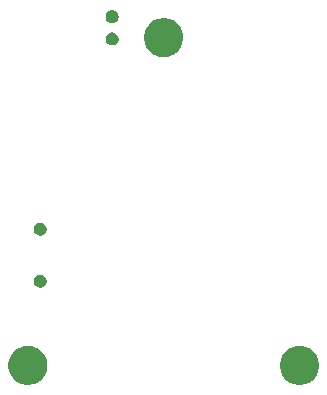
<source format=gbr>
G04 #@! TF.GenerationSoftware,KiCad,Pcbnew,5.1.2-f72e74a~84~ubuntu18.04.1*
G04 #@! TF.CreationDate,2019-05-19T10:24:28+02:00*
G04 #@! TF.ProjectId,lowpower,6c6f7770-6f77-4657-922e-6b696361645f,rev?*
G04 #@! TF.SameCoordinates,Original*
G04 #@! TF.FileFunction,Soldermask,Bot*
G04 #@! TF.FilePolarity,Negative*
%FSLAX46Y46*%
G04 Gerber Fmt 4.6, Leading zero omitted, Abs format (unit mm)*
G04 Created by KiCad (PCBNEW 5.1.2-f72e74a~84~ubuntu18.04.1) date 2019-05-19 10:24:28*
%MOMM*%
%LPD*%
G04 APERTURE LIST*
%ADD10C,0.100000*%
G04 APERTURE END LIST*
D10*
G36*
X88375256Y-88391298D02*
G01*
X88481579Y-88412447D01*
X88782042Y-88536903D01*
X89052451Y-88717585D01*
X89282415Y-88947549D01*
X89463097Y-89217958D01*
X89587553Y-89518421D01*
X89651000Y-89837391D01*
X89651000Y-90162609D01*
X89587553Y-90481579D01*
X89463097Y-90782042D01*
X89282415Y-91052451D01*
X89052451Y-91282415D01*
X88782042Y-91463097D01*
X88481579Y-91587553D01*
X88375256Y-91608702D01*
X88162611Y-91651000D01*
X87837389Y-91651000D01*
X87624744Y-91608702D01*
X87518421Y-91587553D01*
X87217958Y-91463097D01*
X86947549Y-91282415D01*
X86717585Y-91052451D01*
X86536903Y-90782042D01*
X86412447Y-90481579D01*
X86349000Y-90162609D01*
X86349000Y-89837391D01*
X86412447Y-89518421D01*
X86536903Y-89217958D01*
X86717585Y-88947549D01*
X86947549Y-88717585D01*
X87217958Y-88536903D01*
X87518421Y-88412447D01*
X87624744Y-88391298D01*
X87837389Y-88349000D01*
X88162611Y-88349000D01*
X88375256Y-88391298D01*
X88375256Y-88391298D01*
G37*
G36*
X65375256Y-88391298D02*
G01*
X65481579Y-88412447D01*
X65782042Y-88536903D01*
X66052451Y-88717585D01*
X66282415Y-88947549D01*
X66463097Y-89217958D01*
X66587553Y-89518421D01*
X66651000Y-89837391D01*
X66651000Y-90162609D01*
X66587553Y-90481579D01*
X66463097Y-90782042D01*
X66282415Y-91052451D01*
X66052451Y-91282415D01*
X65782042Y-91463097D01*
X65481579Y-91587553D01*
X65375256Y-91608702D01*
X65162611Y-91651000D01*
X64837389Y-91651000D01*
X64624744Y-91608702D01*
X64518421Y-91587553D01*
X64217958Y-91463097D01*
X63947549Y-91282415D01*
X63717585Y-91052451D01*
X63536903Y-90782042D01*
X63412447Y-90481579D01*
X63349000Y-90162609D01*
X63349000Y-89837391D01*
X63412447Y-89518421D01*
X63536903Y-89217958D01*
X63717585Y-88947549D01*
X63947549Y-88717585D01*
X64217958Y-88536903D01*
X64518421Y-88412447D01*
X64624744Y-88391298D01*
X64837389Y-88349000D01*
X65162611Y-88349000D01*
X65375256Y-88391298D01*
X65375256Y-88391298D01*
G37*
G36*
X66200721Y-82320174D02*
G01*
X66300995Y-82361709D01*
X66300996Y-82361710D01*
X66391242Y-82422010D01*
X66467990Y-82498758D01*
X66467991Y-82498760D01*
X66528291Y-82589005D01*
X66569826Y-82689279D01*
X66591000Y-82795730D01*
X66591000Y-82904270D01*
X66569826Y-83010721D01*
X66528291Y-83110995D01*
X66528290Y-83110996D01*
X66467990Y-83201242D01*
X66391242Y-83277990D01*
X66345812Y-83308345D01*
X66300995Y-83338291D01*
X66200721Y-83379826D01*
X66094270Y-83401000D01*
X65985730Y-83401000D01*
X65879279Y-83379826D01*
X65779005Y-83338291D01*
X65734188Y-83308345D01*
X65688758Y-83277990D01*
X65612010Y-83201242D01*
X65551710Y-83110996D01*
X65551709Y-83110995D01*
X65510174Y-83010721D01*
X65489000Y-82904270D01*
X65489000Y-82795730D01*
X65510174Y-82689279D01*
X65551709Y-82589005D01*
X65612009Y-82498760D01*
X65612010Y-82498758D01*
X65688758Y-82422010D01*
X65779004Y-82361710D01*
X65779005Y-82361709D01*
X65879279Y-82320174D01*
X65985730Y-82299000D01*
X66094270Y-82299000D01*
X66200721Y-82320174D01*
X66200721Y-82320174D01*
G37*
G36*
X66200721Y-77920174D02*
G01*
X66300995Y-77961709D01*
X66300996Y-77961710D01*
X66391242Y-78022010D01*
X66467990Y-78098758D01*
X66467991Y-78098760D01*
X66528291Y-78189005D01*
X66569826Y-78289279D01*
X66591000Y-78395730D01*
X66591000Y-78504270D01*
X66569826Y-78610721D01*
X66528291Y-78710995D01*
X66528290Y-78710996D01*
X66467990Y-78801242D01*
X66391242Y-78877990D01*
X66345812Y-78908345D01*
X66300995Y-78938291D01*
X66200721Y-78979826D01*
X66094270Y-79001000D01*
X65985730Y-79001000D01*
X65879279Y-78979826D01*
X65779005Y-78938291D01*
X65734188Y-78908345D01*
X65688758Y-78877990D01*
X65612010Y-78801242D01*
X65551710Y-78710996D01*
X65551709Y-78710995D01*
X65510174Y-78610721D01*
X65489000Y-78504270D01*
X65489000Y-78395730D01*
X65510174Y-78289279D01*
X65551709Y-78189005D01*
X65612009Y-78098760D01*
X65612010Y-78098758D01*
X65688758Y-78022010D01*
X65779004Y-77961710D01*
X65779005Y-77961709D01*
X65879279Y-77920174D01*
X65985730Y-77899000D01*
X66094270Y-77899000D01*
X66200721Y-77920174D01*
X66200721Y-77920174D01*
G37*
G36*
X76875256Y-60621298D02*
G01*
X76981579Y-60642447D01*
X77282042Y-60766903D01*
X77552451Y-60947585D01*
X77782415Y-61177549D01*
X77963097Y-61447958D01*
X78087553Y-61748421D01*
X78102223Y-61822174D01*
X78137747Y-62000760D01*
X78151000Y-62067391D01*
X78151000Y-62392609D01*
X78087553Y-62711579D01*
X77963097Y-63012042D01*
X77782415Y-63282451D01*
X77552451Y-63512415D01*
X77282042Y-63693097D01*
X76981579Y-63817553D01*
X76875256Y-63838702D01*
X76662611Y-63881000D01*
X76337389Y-63881000D01*
X76124744Y-63838702D01*
X76018421Y-63817553D01*
X75717958Y-63693097D01*
X75447549Y-63512415D01*
X75217585Y-63282451D01*
X75036903Y-63012042D01*
X74912447Y-62711579D01*
X74849000Y-62392609D01*
X74849000Y-62067391D01*
X74862254Y-62000760D01*
X74897777Y-61822174D01*
X74912447Y-61748421D01*
X75036903Y-61447958D01*
X75217585Y-61177549D01*
X75447549Y-60947585D01*
X75717958Y-60766903D01*
X76018421Y-60642447D01*
X76124744Y-60621298D01*
X76337389Y-60579000D01*
X76662611Y-60579000D01*
X76875256Y-60621298D01*
X76875256Y-60621298D01*
G37*
G36*
X72296721Y-61822174D02*
G01*
X72396995Y-61863709D01*
X72396996Y-61863710D01*
X72487242Y-61924010D01*
X72563990Y-62000758D01*
X72563991Y-62000760D01*
X72624291Y-62091005D01*
X72665826Y-62191279D01*
X72687000Y-62297730D01*
X72687000Y-62406270D01*
X72665826Y-62512721D01*
X72624291Y-62612995D01*
X72624290Y-62612996D01*
X72563990Y-62703242D01*
X72487242Y-62779990D01*
X72441812Y-62810345D01*
X72396995Y-62840291D01*
X72296721Y-62881826D01*
X72190270Y-62903000D01*
X72081730Y-62903000D01*
X71975279Y-62881826D01*
X71875005Y-62840291D01*
X71830188Y-62810345D01*
X71784758Y-62779990D01*
X71708010Y-62703242D01*
X71647710Y-62612996D01*
X71647709Y-62612995D01*
X71606174Y-62512721D01*
X71585000Y-62406270D01*
X71585000Y-62297730D01*
X71606174Y-62191279D01*
X71647709Y-62091005D01*
X71708009Y-62000760D01*
X71708010Y-62000758D01*
X71784758Y-61924010D01*
X71875004Y-61863710D01*
X71875005Y-61863709D01*
X71975279Y-61822174D01*
X72081730Y-61801000D01*
X72190270Y-61801000D01*
X72296721Y-61822174D01*
X72296721Y-61822174D01*
G37*
G36*
X72296721Y-59922174D02*
G01*
X72396995Y-59963709D01*
X72396996Y-59963710D01*
X72487242Y-60024010D01*
X72563990Y-60100758D01*
X72563991Y-60100760D01*
X72624291Y-60191005D01*
X72665826Y-60291279D01*
X72687000Y-60397730D01*
X72687000Y-60506270D01*
X72665826Y-60612721D01*
X72624291Y-60712995D01*
X72624290Y-60712996D01*
X72563990Y-60803242D01*
X72487242Y-60879990D01*
X72441812Y-60910345D01*
X72396995Y-60940291D01*
X72296721Y-60981826D01*
X72190270Y-61003000D01*
X72081730Y-61003000D01*
X71975279Y-60981826D01*
X71875005Y-60940291D01*
X71830188Y-60910345D01*
X71784758Y-60879990D01*
X71708010Y-60803242D01*
X71647710Y-60712996D01*
X71647709Y-60712995D01*
X71606174Y-60612721D01*
X71585000Y-60506270D01*
X71585000Y-60397730D01*
X71606174Y-60291279D01*
X71647709Y-60191005D01*
X71708009Y-60100760D01*
X71708010Y-60100758D01*
X71784758Y-60024010D01*
X71875004Y-59963710D01*
X71875005Y-59963709D01*
X71975279Y-59922174D01*
X72081730Y-59901000D01*
X72190270Y-59901000D01*
X72296721Y-59922174D01*
X72296721Y-59922174D01*
G37*
M02*

</source>
